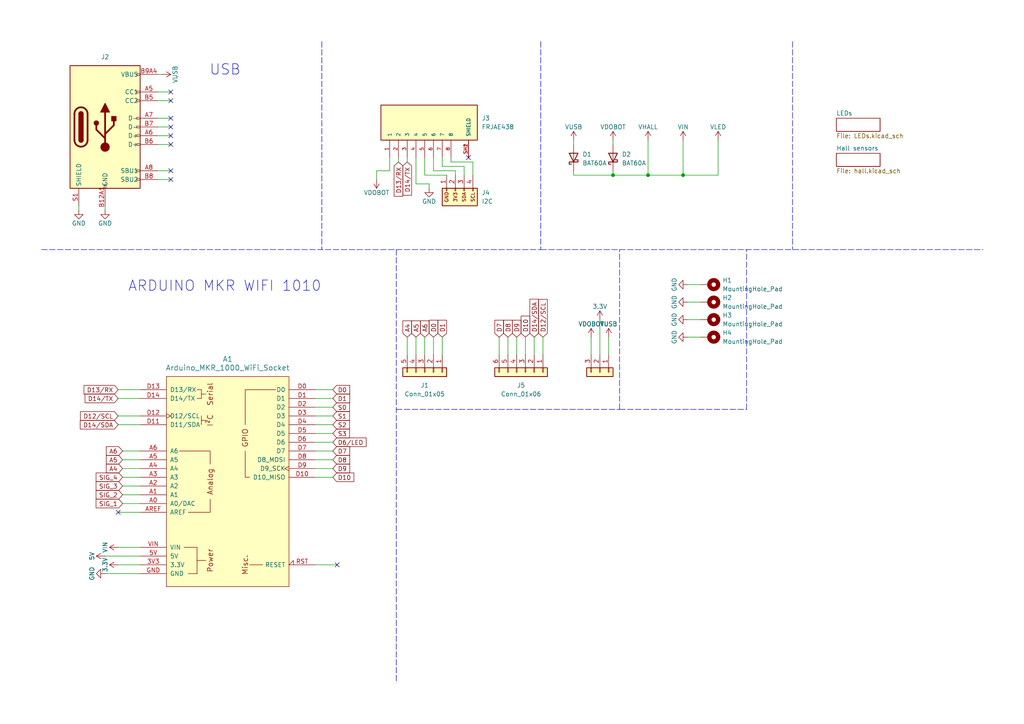
<source format=kicad_sch>
(kicad_sch (version 20250114) (generator "eeschema") (generator_version "9.0")
  (paper "A4")
  (lib_symbols
    (symbol "Diode:BAT60A" (pin_numbers (hide yes)) (pin_names (offset 1.016) (hide yes))
      (property "Reference" "D" (at 0 2.54 0))
      (property "Value" "BAT60A" (at 0 -2.54 0))
      (symbol "BAT60A_0_1"
        (polyline (pts (xy -1.905 0.635) (xy -1.905 1.27) (xy -1.27 1.27) (xy -1.27 -1.27) (xy -0.635 -1.27) (xy -0.635 -0.635)) (stroke (width 0.254)))
        (polyline (pts (xy 1.27 1.27) (xy 1.27 -1.27) (xy -1.27 0) (xy 1.27 1.27)) (stroke (width 0.254)))
        (polyline (pts (xy 1.27 0) (xy -1.27 0)))
      )
      (symbol "BAT60A_1_1"
        (pin passive line (at -3.81 0 0) (length 2.54) (name "K") (number "1"))
        (pin passive line (at 3.81 0 180) (length 2.54) (name "A") (number "2"))
      )
    )
    (symbol "FRJAE438:FRJAE438" (pin_names (offset 1.016))
      (property "Reference" "J" (at -5.08 15.24 0))
      (property "Value" "FRJAE438" (at -5.08 -17.78 0))
      (symbol "FRJAE438_0_0"
        (rectangle (start -5.08 -15.24) (end 5.08 12.7) (stroke (width 0.254)) (fill (type background)))
        (pin passive line (at -10.16 10.16 0) (length 5.08) (name "1") (number "1"))
        (pin passive line (at -10.16 7.62 0) (length 5.08) (name "2") (number "2"))
        (pin passive line (at -10.16 5.08 0) (length 5.08) (name "3") (number "3"))
        (pin passive line (at -10.16 2.54 0) (length 5.08) (name "4") (number "4"))
        (pin passive line (at -10.16 0 0) (length 5.08) (name "5") (number "5"))
        (pin passive line (at -10.16 -2.54 0) (length 5.08) (name "6") (number "6"))
        (pin passive line (at -10.16 -5.08 0) (length 5.08) (name "7") (number "7"))
        (pin passive line (at -10.16 -7.62 0) (length 5.08) (name "8") (number "8"))
        (pin passive line (at -10.16 -12.7 0) (length 5.08) (name "SHIELD") (number "SH1"))
        (pin passive line (at -10.16 -12.7 0) (length 5.08) (name "SHIELD") (number "SH2"))
      )
    )
    (symbol "Mechanical:MountingHole_Pad" (pin_numbers (hide yes)) (pin_names (offset 1.016) (hide yes)) (in_bom no)
      (property "Reference" "H" (at 0 6.35 0))
      (property "Value" "MountingHole_Pad" (at 0 4.445 0))
      (symbol "MountingHole_Pad_0_1"
        (circle (center 0 1.27) (radius 1.27) (stroke (width 1.27)))
      )
      (symbol "MountingHole_Pad_1_1"
        (pin input line (at 0 -2.54 90) (length 2.54) (name "1") (number "1"))
      )
    )
    (symbol "PCM_JLCPCB-Extended:Connector, USB-TYPE-C-16P"
      (property "Reference" "J" (at 2.54 2.54 0))
      (symbol "Connector, USB-TYPE-C-16P_0_0"
        (rectangle (start -0.254 -17.78) (end 0.254 -16.764))
        (rectangle (start 10.16 15.494) (end 9.144 14.986))
        (rectangle (start 10.16 10.414) (end 9.144 9.906))
        (rectangle (start 10.16 7.874) (end 9.144 7.366))
        (rectangle (start 10.16 2.794) (end 9.144 2.286))
        (rectangle (start 10.16 0.254) (end 9.144 -0.254))
        (rectangle (start 10.16 -2.286) (end 9.144 -2.794))
        (rectangle (start 10.16 -4.826) (end 9.144 -5.334))
        (rectangle (start 10.16 -12.446) (end 9.144 -12.954))
        (rectangle (start 10.16 -14.986) (end 9.144 -15.494))
      )
      (symbol "Connector, USB-TYPE-C-16P_0_1"
        (rectangle (start -10.16 17.78) (end 10.16 -17.78) (stroke (width 0.254)) (fill (type background)))
        (polyline (pts (xy -8.89 -3.81) (xy -8.89 3.81)) (stroke (width 0.508)))
        (rectangle (start -7.62 -3.81) (end -6.35 3.81) (stroke (width 0.254)) (fill (type outline)))
        (arc (start -7.62 3.81) (mid -6.985 4.4423) (end -6.35 3.81) (stroke (width 0.254)))
        (arc (start -7.62 3.81) (mid -6.985 4.4423) (end -6.35 3.81) (stroke (width 0.254)) (fill (type outline)))
        (arc (start -8.89 3.81) (mid -6.985 5.7067) (end -5.08 3.81) (stroke (width 0.508)))
        (arc (start -5.08 -3.81) (mid -6.985 -5.7067) (end -8.89 -3.81) (stroke (width 0.508)))
        (arc (start -6.35 -3.81) (mid -6.985 -4.4423) (end -7.62 -3.81) (stroke (width 0.254)))
        (arc (start -6.35 -3.81) (mid -6.985 -4.4423) (end -7.62 -3.81) (stroke (width 0.254)) (fill (type outline)))
        (polyline (pts (xy -5.08 3.81) (xy -5.08 -3.81)) (stroke (width 0.508)))
        (circle (center -2.54 1.143) (radius 0.635) (stroke (width 0.254)) (fill (type outline)))
        (polyline (pts (xy -1.27 4.318) (xy 0 6.858) (xy 1.27 4.318) (xy -1.27 4.318)) (stroke (width 0.254)) (fill (type outline)))
        (polyline (pts (xy 0 -2.032) (xy 2.54 0.508) (xy 2.54 1.778)) (stroke (width 0.508)))
        (polyline (pts (xy 0 -3.302) (xy -2.54 -0.762) (xy -2.54 0.508)) (stroke (width 0.508)))
        (polyline (pts (xy 0 -5.842) (xy 0 4.318)) (stroke (width 0.508)))
        (circle (center 0 -5.842) (radius 1.27) (fill (type outline)))
        (rectangle (start 1.905 1.778) (end 3.175 3.048) (stroke (width 0.254)) (fill (type outline)))
      )
      (symbol "Connector, USB-TYPE-C-16P_1_1"
        (pin passive line (at -7.62 -22.86 90) (length 5.08) (name "SHIELD") (number "S1"))
        (pin passive line (at 0 -22.86 90) (length 5.08) (hide yes) (name "GND") (number "A12B1"))
        (pin passive line (at 0 -22.86 90) (length 5.08) (name "GND") (number "B12A1"))
        (pin passive line (at 15.24 15.24 180) (length 5.08) (hide yes) (name "VBUS") (number "A9B4"))
        (pin passive line (at 15.24 15.24 180) (length 5.08) (name "VBUS") (number "B9A4"))
        (pin bidirectional line (at 15.24 10.16 180) (length 5.08) (name "CC1") (number "A5"))
        (pin bidirectional line (at 15.24 7.62 180) (length 5.08) (name "CC2") (number "B5"))
        (pin bidirectional line (at 15.24 2.54 180) (length 5.08) (name "D-") (number "A7"))
        (pin bidirectional line (at 15.24 0 180) (length 5.08) (name "D-") (number "B7"))
        (pin bidirectional line (at 15.24 -2.54 180) (length 5.08) (name "D+") (number "A6"))
        (pin bidirectional line (at 15.24 -5.08 180) (length 5.08) (name "D+") (number "B6"))
        (pin bidirectional line (at 15.24 -12.7 180) (length 5.08) (name "SBU1") (number "A8"))
        (pin bidirectional line (at 15.24 -15.24 180) (length 5.08) (name "SBU2") (number "B8"))
      )
    )
    (symbol "PCM_arduino-library:Arduino_MKR_1000_WiFi_Socket" (pin_names (offset 1.016))
      (property "Reference" "A" (at 0 36.83 0))
      (property "Value" "Arduino_MKR_1000_WiFi_Socket" (at 0 33.02 0))
      (symbol "Arduino_MKR_1000_WiFi_Socket_0_0"
        (rectangle (start -17.78 30.48) (end 17.78 -30.48) (fill (type background)))
        (rectangle (start -12.7 -19.05) (end -8.89 -19.05))
        (rectangle (start -11.43 -26.67) (end -8.89 -26.67))
        (polyline (pts (xy -8.89 26.67) (xy -7.62 26.67) (xy -7.62 24.13) (xy -8.89 24.13)))
        (polyline (pts (xy -8.89 -19.05) (xy -8.89 -26.67)))
        (rectangle (start -8.89 -22.86) (end -6.35 -22.86))
        (polyline (pts (xy -7.62 25.4) (xy -6.35 25.4)))
        (polyline (pts (xy -5.08 5.08) (xy -5.08 8.89) (xy -13.97 8.89)))
        (polyline (pts (xy -5.08 -5.08) (xy -5.08 -8.89) (xy -11.43 -8.89)))
        (polyline (pts (xy 5.08 16.51) (xy 5.08 26.67) (xy 13.97 26.67)))
        (polyline (pts (xy 5.08 8.89) (xy 5.08 1.27) (xy 6.35 1.27)))
        (rectangle (start 6.35 -24.13) (end 10.16 -24.13))
        (text "Serial" (at -5.08 25.4 900) (effects (font (size 1.524 1.524))))
        (text "I²C" (at -5.08 17.78 900) (effects (font (size 1.524 1.524))))
        (text "Analog" (at -5.08 0 900) (effects (font (size 1.524 1.524))))
        (text "Power" (at -5.08 -22.86 900) (effects (font (size 1.524 1.524))))
        (text "Misc." (at 5.08 -24.13 900) (effects (font (size 1.524 1.524))))
      )
      (symbol "Arduino_MKR_1000_WiFi_Socket_0_1"
        (polyline (pts (xy -7.62 17.78) (xy -6.35 17.78)))
        (polyline (pts (xy -7.62 16.51) (xy -7.62 19.05)))
      )
      (symbol "Arduino_MKR_1000_WiFi_Socket_1_0"
        (text "GPIO" (at 5.08 12.7 900) (effects (font (size 1.524 1.524))))
      )
      (symbol "Arduino_MKR_1000_WiFi_Socket_1_1"
        (pin bidirectional line (at -25.4 26.67 0) (length 7.62) (name "D13/RX") (number "D13"))
        (pin bidirectional line (at -25.4 24.13 0) (length 7.62) (name "D14/TX") (number "D14"))
        (pin bidirectional clock (at -25.4 19.05 0) (length 7.62) (name "D12/SCL") (number "D12"))
        (pin bidirectional line (at -25.4 16.51 0) (length 7.62) (name "D11/SDA") (number "D11"))
        (pin bidirectional line (at -25.4 8.89 0) (length 7.62) (name "A6") (number "A6"))
        (pin bidirectional line (at -25.4 6.35 0) (length 7.62) (name "A5") (number "A5"))
        (pin bidirectional line (at -25.4 3.81 0) (length 7.62) (name "A4") (number "A4"))
        (pin bidirectional line (at -25.4 1.27 0) (length 7.62) (name "A3") (number "A3"))
        (pin bidirectional line (at -25.4 -1.27 0) (length 7.62) (name "A2") (number "A2"))
        (pin bidirectional line (at -25.4 -3.81 0) (length 7.62) (name "A1") (number "A1"))
        (pin bidirectional line (at -25.4 -6.35 0) (length 7.62) (name "A0/DAC") (number "A0"))
        (pin input line (at -25.4 -8.89 0) (length 7.62) (name "AREF") (number "AREF"))
        (pin power_in line (at -25.4 -19.05 0) (length 7.62) (name "VIN") (number "VIN"))
        (pin power_in line (at -25.4 -21.59 0) (length 7.62) (name "5V") (number "5V"))
        (pin power_out line (at -25.4 -24.13 0) (length 7.62) (name "3.3V") (number "3V3"))
        (pin power_in line (at -25.4 -26.67 0) (length 7.62) (name "GND") (number "GND"))
        (pin bidirectional line (at 25.4 26.67 180) (length 7.62) (name "D0") (number "D0"))
        (pin bidirectional line (at 25.4 24.13 180) (length 7.62) (name "D1") (number "D1"))
        (pin bidirectional line (at 25.4 21.59 180) (length 7.62) (name "D2") (number "D2"))
        (pin bidirectional line (at 25.4 19.05 180) (length 7.62) (name "D3") (number "D3"))
        (pin bidirectional line (at 25.4 16.51 180) (length 7.62) (name "D4") (number "D4"))
        (pin bidirectional line (at 25.4 13.97 180) (length 7.62) (name "D5") (number "D5"))
        (pin bidirectional line (at 25.4 11.43 180) (length 7.62) (name "D6") (number "D6"))
        (pin bidirectional line (at 25.4 8.89 180) (length 7.62) (name "D7") (number "D7"))
        (pin bidirectional line (at 25.4 6.35 180) (length 7.62) (name "D8_MOSI") (number "D8"))
        (pin bidirectional clock (at 25.4 3.81 180) (length 7.62) (name "D9_SCK") (number "D9"))
        (pin bidirectional line (at 25.4 1.27 180) (length 7.62) (name "D10_MISO") (number "D10"))
        (pin open_collector input_low (at 25.4 -24.13 180) (length 7.62) (name "RESET") (number "RST"))
      )
    )
    (symbol "SparkFun-Connector:Conn_01x03" (pin_names (offset 1.016) (hide yes))
      (symbol "Conn_01x03_1_1"
        (rectangle (start -1.27 3.81) (end 1.27 -3.81) (stroke (width 0.254)) (fill (type background)))
        (rectangle (start -1.27 2.667) (end 0 2.413) (stroke (width 0.1524)))
        (rectangle (start -1.27 0.127) (end 0 -0.127) (stroke (width 0.1524)))
        (rectangle (start -1.27 -2.413) (end 0 -2.667) (stroke (width 0.1524)))
        (pin passive line (at -5.08 2.54 0) (length 3.81) (name "Pin_1") (number "1"))
        (pin passive line (at -5.08 0 0) (length 3.81) (name "Pin_2") (number "2"))
        (pin passive line (at -5.08 -2.54 0) (length 3.81) (name "Pin_3") (number "3"))
      )
    )
    (symbol "SparkFun-Connector:Conn_01x05" (pin_names (offset 1.016) (hide yes))
      (property "Reference" "J" (at 0 7.62 0))
      (property "Value" "Conn_01x05" (at 0 -7.62 0))
      (symbol "Conn_01x05_1_1"
        (rectangle (start -1.27 6.35) (end 1.27 -6.35) (stroke (width 0.254)) (fill (type background)))
        (rectangle (start -1.27 5.207) (end 0 4.953) (stroke (width 0.1524)))
        (rectangle (start -1.27 2.667) (end 0 2.413) (stroke (width 0.1524)))
        (rectangle (start -1.27 0.127) (end 0 -0.127) (stroke (width 0.1524)))
        (rectangle (start -1.27 -2.413) (end 0 -2.667) (stroke (width 0.1524)))
        (rectangle (start -1.27 -4.953) (end 0 -5.207) (stroke (width 0.1524)))
        (pin passive line (at -5.08 5.08 0) (length 3.81) (name "Pin_1") (number "1"))
        (pin passive line (at -5.08 2.54 0) (length 3.81) (name "Pin_2") (number "2"))
        (pin passive line (at -5.08 0 0) (length 3.81) (name "Pin_3") (number "3"))
        (pin passive line (at -5.08 -2.54 0) (length 3.81) (name "Pin_4") (number "4"))
        (pin passive line (at -5.08 -5.08 0) (length 3.81) (name "Pin_5") (number "5"))
      )
    )
    (symbol "SparkFun-Connector:Conn_01x06" (pin_names (offset 1.016) (hide yes))
      (property "Reference" "J" (at 0 7.62 0))
      (property "Value" "Conn_01x06" (at 0 -10.16 0))
      (symbol "Conn_01x06_1_1"
        (rectangle (start -1.27 6.35) (end 1.27 -8.89) (stroke (width 0.254)) (fill (type background)))
        (rectangle (start -1.27 5.207) (end 0 4.953) (stroke (width 0.1524)))
        (rectangle (start -1.27 2.667) (end 0 2.413) (stroke (width 0.1524)))
        (rectangle (start -1.27 0.127) (end 0 -0.127) (stroke (width 0.1524)))
        (rectangle (start -1.27 -2.413) (end 0 -2.667) (stroke (width 0.1524)))
        (rectangle (start -1.27 -4.953) (end 0 -5.207) (stroke (width 0.1524)))
        (rectangle (start -1.27 -7.493) (end 0 -7.747) (stroke (width 0.1524)))
        (pin passive line (at -5.08 5.08 0) (length 3.81) (name "Pin_1") (number "1"))
        (pin passive line (at -5.08 2.54 0) (length 3.81) (name "Pin_2") (number "2"))
        (pin passive line (at -5.08 0 0) (length 3.81) (name "Pin_3") (number "3"))
        (pin passive line (at -5.08 -2.54 0) (length 3.81) (name "Pin_4") (number "4"))
        (pin passive line (at -5.08 -5.08 0) (length 3.81) (name "Pin_5") (number "5"))
        (pin passive line (at -5.08 -7.62 0) (length 3.81) (name "Pin_6") (number "6"))
      )
    )
    (symbol "SparkFun-Connector:I2C_01x04" (pin_names (offset 1.016) (hide yes))
      (property "Reference" "J" (at 0 5.08 0))
      (property "Value" "I2C" (at 0 -7.62 0))
      (symbol "I2C_01x04_1_1"
        (rectangle (start -1.27 3.81) (end 3.81 -6.35) (stroke (width 0.254)) (fill (type background)))
        (rectangle (start -1.27 2.667) (end -0.508 2.413) (stroke (width 0.1524)))
        (rectangle (start -1.27 0.127) (end -0.508 -0.127) (stroke (width 0.1524)))
        (rectangle (start -1.27 -2.413) (end -0.508 -2.667) (stroke (width 0.1524)))
        (rectangle (start -1.27 -4.953) (end -0.508 -5.207) (stroke (width 0.1524)))
        (text "SCL" (at 1.27 2.54 0) (effects (font (size 1 1))))
        (text "SDA" (at 1.27 0 0) (effects (font (size 1 1))))
        (text "3V3" (at 1.27 -2.54 0) (effects (font (size 1 1))))
        (text "GND" (at 1.27 -5.08 0) (effects (font (size 1 1))))
        (pin passive line (at -5.08 2.54 0) (length 3.81) (name "Pin_4") (number "4"))
        (pin passive line (at -5.08 0 0) (length 3.81) (name "Pin_3") (number "3"))
        (pin passive line (at -5.08 -2.54 0) (length 3.81) (name "Pin_2") (number "2"))
        (pin passive line (at -5.08 -5.08 0) (length 3.81) (name "Pin_1") (number "1"))
      )
    )
    (symbol "SparkFun-PowerSymbol:3.3V" (power) (pin_names (offset 0))
      (property "Value" "3.3V" (at 0 3.81 0))
      (symbol "3.3V_0_1"
        (polyline (pts (xy -0.762 1.27) (xy 0 2.54)))
        (polyline (pts (xy 0 2.54) (xy 0.762 1.27)))
        (polyline (pts (xy 0 0) (xy 0 2.54)))
      )
      (symbol "3.3V_1_1"
        (pin power_in line (at 0 0 90) (length 0) (hide yes) (name "3.3V") (number "1"))
      )
    )
    (symbol "SparkFun-PowerSymbol:GND" (power) (pin_names (offset 0))
      (property "Value" "GND" (at 0 -3.81 0))
      (symbol "GND_0_1"
        (polyline (pts (xy 0 0) (xy 0 -1.27) (xy 1.27 -1.27) (xy 0 -2.54) (xy -1.27 -1.27) (xy 0 -1.27)))
      )
      (symbol "GND_1_1"
        (pin power_in line (at 0 0 270) (length 0) (hide yes) (name "GND") (number "1"))
      )
    )
    (symbol "SparkFun-PowerSymbol:VBATT" (power) (pin_names (offset 0))
      (property "Value" "VBATT" (at 0 3.81 0))
      (symbol "VBATT_0_1"
        (polyline (pts (xy -0.762 1.27) (xy 0 2.54)))
        (polyline (pts (xy 0 2.54) (xy 0.762 1.27)))
        (polyline (pts (xy 0 0) (xy 0 2.54)))
      )
      (symbol "VBATT_1_1"
        (pin power_in line (at 0 0 90) (length 0) (hide yes) (name "VBATT") (number "1"))
      )
    )
    (symbol "SparkFun-PowerSymbol:VIN" (power) (pin_names (offset 0))
      (property "Value" "VIN" (at 0 3.81 0))
      (symbol "VIN_0_1"
        (polyline (pts (xy -0.762 1.27) (xy 0 2.54)))
        (polyline (pts (xy 0 2.54) (xy 0.762 1.27)))
        (polyline (pts (xy 0 0) (xy 0 2.54)))
      )
      (symbol "VIN_1_1"
        (pin power_in line (at 0 0 90) (length 0) (hide yes) (name "VIN") (number "1"))
      )
    )
    (symbol "SparkFun-PowerSymbol:VUSB" (power) (pin_names (offset 0))
      (property "Value" "VUSB" (at 0 3.81 0))
      (symbol "VUSB_0_1"
        (polyline (pts (xy -0.762 1.27) (xy 0 2.54)))
        (polyline (pts (xy 0 2.54) (xy 0.762 1.27)))
        (polyline (pts (xy 0 0) (xy 0 2.54)))
      )
      (symbol "VUSB_1_1"
        (pin power_in line (at 0 0 90) (length 0) (hide yes) (name "VUSB") (number "1"))
      )
    )
  )
  (text "USB" (at 60.706 22.098 0) (effects (font (size 3 3)) (justify left bottom)))
  (text "ARDUINO MKR WIFI 1010\n" (at 37.084 84.836 0) (effects (font (size 3 3)) (justify left bottom)))
  (junction (at 177.8 50.8))
  (junction (at 187.96 50.8))
  (junction (at 198.12 50.8))
  (no_connect (at 49.53 41.91))
  (no_connect (at 135.89 45.72))
  (no_connect (at 49.53 49.53))
  (no_connect (at 49.53 39.37))
  (no_connect (at 49.53 26.67))
  (no_connect (at 34.29 148.59))
  (no_connect (at 49.53 29.21))
  (no_connect (at 97.79 163.83))
  (no_connect (at 49.53 34.29))
  (no_connect (at 49.53 52.07))
  (no_connect (at 49.53 36.83))
  (wire (pts (xy 30.48 161.29) (xy 40.64 161.29)))
  (wire (pts (xy 30.48 166.37) (xy 40.64 166.37)))
  (wire (pts (xy 176.53 102.87) (xy 176.53 97.79)))
  (wire (pts (xy 157.48 102.87) (xy 157.48 97.79)))
  (polyline (pts (xy 114.935 118.745) (xy 179.705 118.745)) (stroke (width 0) (type dash)))
  (wire (pts (xy 45.72 21.59) (xy 46.99 21.59)))
  (wire (pts (xy 120.65 45.72) (xy 120.65 53.34)))
  (wire (pts (xy 123.19 97.79) (xy 123.19 102.87)))
  (wire (pts (xy 91.44 128.27) (xy 96.52 128.27)))
  (wire (pts (xy 187.96 40.64) (xy 187.96 50.8)))
  (wire (pts (xy 147.32 102.87) (xy 147.32 97.79)))
  (wire (pts (xy 123.19 50.8) (xy 129.54 50.8)))
  (wire (pts (xy 199.39 82.55) (xy 203.2 82.55)))
  (wire (pts (xy 34.29 163.83) (xy 40.64 163.83)))
  (wire (pts (xy 97.79 163.83) (xy 91.44 163.83)))
  (polyline (pts (xy 179.705 118.745) (xy 179.705 72.39)) (stroke (width 0) (type dash)))
  (wire (pts (xy 199.39 92.71) (xy 203.2 92.71)))
  (wire (pts (xy 96.52 123.19) (xy 91.44 123.19)))
  (wire (pts (xy 177.8 50.8) (xy 187.96 50.8)))
  (wire (pts (xy 34.29 115.57) (xy 40.64 115.57)))
  (polyline (pts (xy 229.87 12.065) (xy 229.87 72.39)) (stroke (width 0) (type dash)))
  (wire (pts (xy 134.62 48.26) (xy 134.62 50.8)))
  (wire (pts (xy 35.56 138.43) (xy 40.64 138.43)))
  (wire (pts (xy 199.39 97.79) (xy 203.2 97.79)))
  (wire (pts (xy 113.03 49.53) (xy 113.03 45.72)))
  (wire (pts (xy 34.29 158.75) (xy 40.64 158.75)))
  (wire (pts (xy 118.11 97.79) (xy 118.11 102.87)))
  (wire (pts (xy 187.96 50.8) (xy 198.12 50.8)))
  (polyline (pts (xy 114.935 72.39) (xy 114.935 198.12)) (stroke (width 0) (type dash)))
  (wire (pts (xy 35.56 135.89) (xy 40.64 135.89)))
  (wire (pts (xy 45.72 34.29) (xy 49.53 34.29)))
  (wire (pts (xy 34.29 123.19) (xy 40.64 123.19)))
  (wire (pts (xy 35.56 146.05) (xy 40.64 146.05)))
  (polyline (pts (xy 156.845 12.065) (xy 156.845 72.39)) (stroke (width 0) (type dash)))
  (wire (pts (xy 91.44 135.89) (xy 96.52 135.89)))
  (wire (pts (xy 154.94 102.87) (xy 154.94 97.79)))
  (wire (pts (xy 177.8 49.53) (xy 177.8 50.8)))
  (wire (pts (xy 152.4 102.87) (xy 152.4 97.79)))
  (wire (pts (xy 137.16 46.99) (xy 137.16 50.8)))
  (polyline (pts (xy 179.705 118.745) (xy 216.535 118.745)) (stroke (width 0) (type dash)))
  (wire (pts (xy 96.52 118.11) (xy 91.44 118.11)))
  (wire (pts (xy 120.65 97.79) (xy 120.65 102.87)))
  (wire (pts (xy 166.37 50.8) (xy 177.8 50.8)))
  (wire (pts (xy 123.19 45.72) (xy 123.19 50.8)))
  (wire (pts (xy 128.27 102.87) (xy 128.27 97.79)))
  (wire (pts (xy 109.22 49.53) (xy 113.03 49.53)))
  (wire (pts (xy 115.57 45.72) (xy 115.57 46.99)))
  (wire (pts (xy 45.72 29.21) (xy 49.53 29.21)))
  (wire (pts (xy 128.27 48.26) (xy 134.62 48.26)))
  (wire (pts (xy 91.44 133.35) (xy 96.52 133.35)))
  (wire (pts (xy 198.12 50.8) (xy 208.28 50.8)))
  (wire (pts (xy 45.72 49.53) (xy 49.53 49.53)))
  (wire (pts (xy 45.72 52.07) (xy 49.53 52.07)))
  (wire (pts (xy 173.99 92.71) (xy 173.99 102.87)))
  (wire (pts (xy 91.44 115.57) (xy 96.52 115.57)))
  (wire (pts (xy 96.52 120.65) (xy 91.44 120.65)))
  (polyline (pts (xy 93.345 12.065) (xy 93.345 72.39)) (stroke (width 0) (type dash)))
  (wire (pts (xy 125.73 49.53) (xy 132.08 49.53)))
  (wire (pts (xy 35.56 130.81) (xy 40.64 130.81)))
  (wire (pts (xy 34.29 120.65) (xy 40.64 120.65)))
  (wire (pts (xy 149.86 102.87) (xy 149.86 97.79)))
  (wire (pts (xy 120.65 53.34) (xy 124.46 53.34)))
  (wire (pts (xy 35.56 133.35) (xy 40.64 133.35)))
  (wire (pts (xy 198.12 40.64) (xy 198.12 50.8)))
  (wire (pts (xy 124.46 53.34) (xy 124.46 54.61)))
  (wire (pts (xy 166.37 49.53) (xy 166.37 50.8)))
  (wire (pts (xy 109.22 49.53) (xy 109.22 52.07)))
  (wire (pts (xy 199.39 87.63) (xy 203.2 87.63)))
  (wire (pts (xy 130.81 46.99) (xy 137.16 46.99)))
  (wire (pts (xy 22.86 59.69) (xy 22.86 60.96)))
  (wire (pts (xy 166.37 40.64) (xy 166.37 41.91)))
  (wire (pts (xy 34.29 148.59) (xy 40.64 148.59)))
  (wire (pts (xy 45.72 26.67) (xy 49.53 26.67)))
  (wire (pts (xy 30.48 59.69) (xy 30.48 60.96)))
  (wire (pts (xy 35.56 140.97) (xy 40.64 140.97)))
  (wire (pts (xy 91.44 130.81) (xy 96.52 130.81)))
  (wire (pts (xy 118.11 45.72) (xy 118.11 46.99)))
  (wire (pts (xy 96.52 125.73) (xy 91.44 125.73)))
  (wire (pts (xy 125.73 45.72) (xy 125.73 49.53)))
  (wire (pts (xy 130.81 45.72) (xy 130.81 46.99)))
  (wire (pts (xy 125.73 102.87) (xy 125.73 97.79)))
  (wire (pts (xy 144.78 102.87) (xy 144.78 97.79)))
  (polyline (pts (xy 12.065 72.39) (xy 156.845 72.39)) (stroke (width 0) (type dash)))
  (wire (pts (xy 34.29 113.03) (xy 40.64 113.03)))
  (wire (pts (xy 91.44 113.03) (xy 96.52 113.03)))
  (wire (pts (xy 132.08 49.53) (xy 132.08 50.8)))
  (wire (pts (xy 171.45 102.87) (xy 171.45 97.79)))
  (wire (pts (xy 35.56 143.51) (xy 40.64 143.51)))
  (wire (pts (xy 208.28 40.64) (xy 208.28 50.8)))
  (wire (pts (xy 177.8 41.91) (xy 177.8 40.64)))
  (wire (pts (xy 91.44 138.43) (xy 96.52 138.43)))
  (wire (pts (xy 45.72 36.83) (xy 49.53 36.83)))
  (wire (pts (xy 45.72 39.37) (xy 49.53 39.37)))
  (wire (pts (xy 45.72 41.91) (xy 49.53 41.91)))
  (polyline (pts (xy 156.845 72.39) (xy 285.115 72.39)) (stroke (width 0) (type dash)))
  (polyline (pts (xy 216.535 118.745) (xy 216.535 72.39)) (stroke (width 0) (type dash)))
  (wire (pts (xy 128.27 45.72) (xy 128.27 48.26)))
  (global_label "D9" (shape input) (at 96.52 135.89 0) (property "Intersheetrefs" "${INTERSHEET_REFS}" (effects (hide yes))))
  (global_label "D12{slash}SCL" (shape input) (at 157.48 97.79 90) (property "Intersheetrefs" "${INTERSHEET_REFS}" (effects (hide yes))))
  (global_label "D13{slash}RX" (shape input) (at 115.57 46.99 270) (property "Intersheetrefs" "${INTERSHEET_REFS}" (effects (hide yes))))
  (global_label "SIG_3" (shape input) (at 35.56 140.97 180) (property "Intersheetrefs" "${INTERSHEET_REFS}" (effects (hide yes))))
  (global_label "D0" (shape input) (at 125.73 97.79 90) (property "Intersheetrefs" "${INTERSHEET_REFS}" (effects (hide yes))))
  (global_label "D1" (shape input) (at 96.52 115.57 0) (property "Intersheetrefs" "${INTERSHEET_REFS}" (effects (hide yes))))
  (global_label "D14{slash}TX" (shape input) (at 118.11 46.99 270) (property "Intersheetrefs" "${INTERSHEET_REFS}" (effects (hide yes))))
  (global_label "SIG_2" (shape input) (at 35.56 143.51 180) (property "Intersheetrefs" "${INTERSHEET_REFS}" (effects (hide yes))))
  (global_label "D14{slash}SDA" (shape input) (at 154.94 97.79 90) (property "Intersheetrefs" "${INTERSHEET_REFS}" (effects (hide yes))))
  (global_label "D0" (shape input) (at 96.52 113.03 0) (property "Intersheetrefs" "${INTERSHEET_REFS}" (effects (hide yes))))
  (global_label "D6{slash}LED" (shape input) (at 96.52 128.27 0) (property "Intersheetrefs" "${INTERSHEET_REFS}" (effects (hide yes))))
  (global_label "A5" (shape input) (at 120.65 97.79 90) (property "Intersheetrefs" "${INTERSHEET_REFS}" (effects (hide yes))))
  (global_label "A6" (shape input) (at 123.19 97.79 90) (property "Intersheetrefs" "${INTERSHEET_REFS}" (effects (hide yes))))
  (global_label "D12{slash}SCL" (shape input) (at 34.29 120.65 180) (property "Intersheetrefs" "${INTERSHEET_REFS}" (effects (hide yes))))
  (global_label "D1" (shape input) (at 128.27 97.79 90) (property "Intersheetrefs" "${INTERSHEET_REFS}" (effects (hide yes))))
  (global_label "D7" (shape input) (at 96.52 130.81 0) (property "Intersheetrefs" "${INTERSHEET_REFS}" (effects (hide yes))))
  (global_label "A4" (shape input) (at 118.11 97.79 90) (property "Intersheetrefs" "${INTERSHEET_REFS}" (effects (hide yes))))
  (global_label "S0" (shape input) (at 96.52 118.11 0) (property "Intersheetrefs" "${INTERSHEET_REFS}" (effects (hide yes))))
  (global_label "A6" (shape input) (at 35.56 130.81 180) (property "Intersheetrefs" "${INTERSHEET_REFS}" (effects (hide yes))))
  (global_label "A5" (shape input) (at 35.56 133.35 180) (property "Intersheetrefs" "${INTERSHEET_REFS}" (effects (hide yes))))
  (global_label "S3" (shape input) (at 96.52 125.73 0) (property "Intersheetrefs" "${INTERSHEET_REFS}" (effects (hide yes))))
  (global_label "D14{slash}TX" (shape input) (at 34.29 115.57 180) (property "Intersheetrefs" "${INTERSHEET_REFS}" (effects (hide yes))))
  (global_label "D10" (shape input) (at 96.52 138.43 0) (property "Intersheetrefs" "${INTERSHEET_REFS}" (effects (hide yes))))
  (global_label "D10" (shape input) (at 152.4 97.79 90) (property "Intersheetrefs" "${INTERSHEET_REFS}" (effects (hide yes))))
  (global_label "D14{slash}SDA" (shape input) (at 34.29 123.19 180) (property "Intersheetrefs" "${INTERSHEET_REFS}" (effects (hide yes))))
  (global_label "A4" (shape input) (at 35.56 135.89 180) (property "Intersheetrefs" "${INTERSHEET_REFS}" (effects (hide yes))))
  (global_label "SIG_4" (shape input) (at 35.56 138.43 180) (property "Intersheetrefs" "${INTERSHEET_REFS}" (effects (hide yes))))
  (global_label "D13{slash}RX" (shape input) (at 34.29 113.03 180) (property "Intersheetrefs" "${INTERSHEET_REFS}" (effects (hide yes))))
  (global_label "D8" (shape input) (at 96.52 133.35 0) (property "Intersheetrefs" "${INTERSHEET_REFS}" (effects (hide yes))))
  (global_label "D7" (shape input) (at 144.78 97.79 90) (property "Intersheetrefs" "${INTERSHEET_REFS}" (effects (hide yes))))
  (global_label "D9" (shape input) (at 149.86 97.79 90) (property "Intersheetrefs" "${INTERSHEET_REFS}" (effects (hide yes))))
  (global_label "S1" (shape input) (at 96.52 120.65 0) (property "Intersheetrefs" "${INTERSHEET_REFS}" (effects (hide yes))))
  (global_label "SIG_1" (shape input) (at 35.56 146.05 180) (property "Intersheetrefs" "${INTERSHEET_REFS}" (effects (hide yes))))
  (global_label "D8" (shape input) (at 147.32 97.79 90) (property "Intersheetrefs" "${INTERSHEET_REFS}" (effects (hide yes))))
  (global_label "S2" (shape input) (at 96.52 123.19 0) (property "Intersheetrefs" "${INTERSHEET_REFS}" (effects (hide yes))))
  (symbol (lib_id "SparkFun-PowerSymbol:GND") (at 199.39 92.71 270) (unit 1)
    (property "Reference" "#PWR0564" (effects (hide yes)))
    (property "Value" "GND" (at 195.58 92.71 0))
    (property "Description" "Power symbol creates a global label with name \"GND\" , ground" (effects (hide yes)))
  )
  (symbol (lib_id "SparkFun-PowerSymbol:GND") (at 30.48 60.96 0) (unit 1)
    (property "Reference" "#PWR09" (effects (hide yes)))
    (property "Value" "GND" (at 30.48 64.77 0))
    (property "Description" "Power symbol creates a global label with name \"GND\" , ground" (effects (hide yes)))
  )
  (symbol (lib_id "Mechanical:MountingHole_Pad") (at 205.74 82.55 270) (unit 1) (in_bom no)
    (property "Reference" "H1" (at 209.55 81.2799 90) (effects (justify left)))
    (property "Value" "MountingHole_Pad" (at 209.55 83.8199 90) (effects (justify left)))
    (property "Footprint" "MountingHole:MountingHole_3.2mm_M3_DIN965_Pad_TopBottom" (effects (hide yes)))
    (property "Description" "Mounting Hole with connection" (effects (hide yes)))
  )
  (symbol (lib_id "Mechanical:MountingHole_Pad") (at 205.74 97.79 270) (unit 1) (in_bom no)
    (property "Reference" "H4" (at 209.55 96.5199 90) (effects (justify left)))
    (property "Value" "MountingHole_Pad" (at 209.55 99.0599 90) (effects (justify left)))
    (property "Footprint" "MountingHole:MountingHole_3.2mm_M3_DIN965_Pad_TopBottom" (effects (hide yes)))
    (property "Description" "Mounting Hole with connection" (effects (hide yes)))
  )
  (symbol (lib_id "SparkFun-PowerSymbol:GND") (at 199.39 97.79 270) (unit 1)
    (property "Reference" "#PWR0565" (effects (hide yes)))
    (property "Value" "GND" (at 195.58 97.79 0))
    (property "Description" "Power symbol creates a global label with name \"GND\" , ground" (effects (hide yes)))
  )
  (symbol (lib_id "SparkFun-PowerSymbol:GND") (at 22.86 60.96 0) (unit 1)
    (property "Reference" "#PWR08" (effects (hide yes)))
    (property "Value" "GND" (at 22.86 64.77 0))
    (property "Description" "Power symbol creates a global label with name \"GND\" , ground" (effects (hide yes)))
  )
  (symbol (lib_id "SparkFun-PowerSymbol:3.3V") (at 30.48 161.29 90) (unit 1)
    (property "Reference" "#PWR01" (effects (hide yes)))
    (property "Value" "5V" (at 26.67 161.29 0))
    (property "Description" "Power symbol creates a global label with name \"3.3V\"" (effects (hide yes)))
  )
  (symbol (lib_id "SparkFun-PowerSymbol:3.3V") (at 173.99 92.71 0) (unit 1)
    (property "Reference" "#PWR06" (effects (hide yes)))
    (property "Value" "3.3V" (at 173.99 88.9 0))
    (property "Description" "Power symbol creates a global label with name \"3.3V\"" (effects (hide yes)))
  )
  (symbol (lib_id "SparkFun-Connector:Conn_01x06") (at 152.4 107.95 270) (unit 1)
    (property "Reference" "J5" (at 151.13 111.76 90))
    (property "Value" "Conn_01x06" (at 151.13 114.3 90))
    (property "Footprint" "SparkFun-Connector:1x06" (effects (hide yes)))
    (property "Description" "Basic 0.1\" PTH" (effects (hide yes)))
  )
  (symbol (lib_id "SparkFun-PowerSymbol:GND") (at 199.39 82.55 270) (unit 1)
    (property "Reference" "#PWR0556" (effects (hide yes)))
    (property "Value" "GND" (at 195.58 82.55 0))
    (property "Description" "Power symbol creates a global label with name \"GND\" , ground" (effects (hide yes)))
  )
  (symbol (lib_id "Mechanical:MountingHole_Pad") (at 205.74 92.71 270) (unit 1) (in_bom no)
    (property "Reference" "H3" (at 209.55 91.4399 90) (effects (justify left)))
    (property "Value" "MountingHole_Pad" (at 209.55 93.9799 90) (effects (justify left)))
    (property "Footprint" "MountingHole:MountingHole_3.2mm_M3_DIN965_Pad_TopBottom" (effects (hide yes)))
    (property "Description" "Mounting Hole with connection" (effects (hide yes)))
  )
  (symbol (lib_id "Diode:BAT60A") (at 177.8 45.72 90) (unit 1)
    (property "Reference" "D2" (at 180.34 44.7674 90) (effects (justify right)))
    (property "Value" "BAT60A" (at 180.34 47.3074 90) (effects (justify right)))
    (property "Footprint" "Diode_SMD:D_SOD-323" (effects (hide yes)))
    (property "Datasheet" "https://www.infineon.com/dgdl/Infineon-BAT60ASERIES-DS-v01_01-en.pdf?fileId=db3a304313d846880113def70c9304a9" (effects (hide yes)))
    (property "Description" "10V 3A High Current Recitifier Schottky Diode, SOD-323" (effects (hide yes)))
  )
  (symbol (lib_id "SparkFun-PowerSymbol:VIN") (at 198.12 40.64 0) (unit 1)
    (property "Reference" "#PWR016" (effects (hide yes)))
    (property "Value" "VIN" (at 198.12 36.83 0))
    (property "Description" "Power symbol creates a global label with name \"VIN\"" (effects (hide yes)))
  )
  (symbol (lib_id "Diode:BAT60A") (at 166.37 45.72 90) (unit 1)
    (property "Reference" "D1" (at 168.91 44.7674 90) (effects (justify right)))
    (property "Value" "BAT60A" (at 168.91 47.3074 90) (effects (justify right)))
    (property "Footprint" "Diode_SMD:D_SOD-323" (effects (hide yes)))
    (property "Datasheet" "https://www.infineon.com/dgdl/Infineon-BAT60ASERIES-DS-v01_01-en.pdf?fileId=db3a304313d846880113def70c9304a9" (effects (hide yes)))
    (property "Description" "10V 3A High Current Recitifier Schottky Diode, SOD-323" (effects (hide yes)))
  )
  (symbol (lib_id "SparkFun-PowerSymbol:VUSB") (at 166.37 40.64 0) (unit 1)
    (property "Reference" "#PWR013" (effects (hide yes)))
    (property "Value" "VUSB" (at 166.37 36.83 0))
    (property "Description" "Power symbol creates a global label with name \"VUSB\"" (effects (hide yes)))
  )
  (symbol (lib_id "PCM_arduino-library:Arduino_MKR_1000_WiFi_Socket") (at 66.04 139.7 0) (unit 1)
    (property "Reference" "A1" (at 66.04 104.14 0) (effects (font (size 1.524 1.524))))
    (property "Value" "Arduino_MKR_1000_WiFi_Socket" (at 66.04 106.68 0) (effects (font (size 1.524 1.524))))
    (property "Footprint" "PCM_arduino-library:Arduino_MKR_1000_WiFi_Socket" (effects (hide yes)))
    (property "Datasheet" "https://docs.arduino.cc/hardware/mkr-1000-wifi" (effects (hide yes)))
    (property "Description" "Socket for Arduino MKR 1000 WiFi" (effects (hide yes)))
  )
  (symbol (lib_id "SparkFun-Connector:Conn_01x03") (at 173.99 107.95 270) (unit 1)
    (property "Reference" "J6" (effects (hide yes)))
    (property "Value" "Conn_01x03" (effects (hide yes)))
    (property "Footprint" "SparkFun-Connector:1x03" (effects (hide yes)))
    (property "Description" "Basic 0.1\" PTH" (effects (hide yes)))
  )
  (symbol (lib_id "SparkFun-PowerSymbol:VBATT") (at 177.8 40.64 0) (unit 1)
    (property "Reference" "#PWR014" (effects (hide yes)))
    (property "Value" "VDOBOT" (at 177.8 36.83 0))
    (property "Description" "Power symbol creates a global label with name \"VBATT\"" (effects (hide yes)))
  )
  (symbol (lib_id "SparkFun-PowerSymbol:VUSB") (at 176.53 97.79 0) (unit 1)
    (property "Reference" "#PWR07" (effects (hide yes)))
    (property "Value" "VUSB" (at 176.53 93.98 0))
    (property "Description" "Power symbol creates a global label with name \"VUSB\"" (effects (hide yes)))
  )
  (symbol (lib_id "SparkFun-PowerSymbol:VIN") (at 208.28 40.64 0) (unit 1)
    (property "Reference" "#PWR017" (effects (hide yes)))
    (property "Value" "VLED" (at 208.28 36.83 0))
    (property "Description" "Power symbol creates a global label with name \"VIN\"" (effects (hide yes)))
  )
  (symbol (lib_id "SparkFun-PowerSymbol:GND") (at 124.46 54.61 0) (unit 1)
    (property "Reference" "#PWR012" (effects (hide yes)))
    (property "Value" "GND" (at 124.46 58.42 0))
    (property "Description" "Power symbol creates a global label with name \"GND\" , ground" (effects (hide yes)))
  )
  (symbol (lib_id "PCM_JLCPCB-Extended:Connector, USB-TYPE-C-16P") (at 30.48 36.83 0) (unit 1)
    (property "Reference" "J2" (at 30.48 16.51 0))
    (property "Value" "Connector, USB-TYPE-C-16P" (effects (hide yes)))
    (property "Footprint" "PCM_JLCPCB:TYPE-C-SMD_HX-TYPE-C-16PIN" (effects (hide yes)))
    (property "Datasheet" "https://atta.szlcsc.com/upload/public/pdf/source/20220920/0EF8F885FCCEA71F60E9E85152155021.pdf" (effects (hide yes)))
    (property "Description" "3A 1 Horizontal attachment 16P Female -25℃~+85℃ Type-C SMD USB Connectors ROHS" (effects (hide yes)))
    (property "LCSC" "C2927039" (effects (hide yes)))
  )
  (symbol (lib_id "SparkFun-Connector:I2C_01x04") (at 134.62 55.88 270) (unit 1)
    (property "Reference" "J4" (at 139.7 55.8799 90) (effects (justify left)))
    (property "Value" "I2C" (at 139.7 58.4199 90) (effects (justify left)))
    (property "Footprint" "SparkFun-Connector:1x04" (effects (hide yes)))
    (property "Description" "Common 4 pin PTH connector for I2C" (effects (hide yes)))
  )
  (symbol (lib_id "SparkFun-PowerSymbol:GND") (at 199.39 87.63 270) (unit 1)
    (property "Reference" "#PWR0563" (effects (hide yes)))
    (property "Value" "GND" (at 195.58 87.63 0))
    (property "Description" "Power symbol creates a global label with name \"GND\" , ground" (effects (hide yes)))
  )
  (symbol (lib_id "SparkFun-PowerSymbol:VUSB") (at 46.99 21.59 270) (unit 1)
    (property "Reference" "#PWR010" (effects (hide yes)))
    (property "Value" "VUSB" (at 50.8 21.59 0))
    (property "Description" "Power symbol creates a global label with name \"VUSB\"" (effects (hide yes)))
  )
  (symbol (lib_id "SparkFun-PowerSymbol:VBATT") (at 171.45 97.79 0) (unit 1)
    (property "Reference" "#PWR05" (effects (hide yes)))
    (property "Value" "VDOBOT" (at 171.45 93.98 0))
    (property "Description" "Power symbol creates a global label with name \"VBATT\"" (effects (hide yes)))
  )
  (symbol (lib_id "FRJAE438:FRJAE438") (at 123.19 35.56 90) (unit 1)
    (property "Reference" "J3" (at 139.7 34.2899 90) (effects (justify right)))
    (property "Value" "FRJAE438" (at 139.7 36.8299 90) (effects (justify right)))
    (property "Footprint" "FRJAE438:AMPHENOL_FRJAE438" (effects (hide yes)))
    (property "MF" "Amphenol" (effects (hide yes)))
    (property "MAXIMUM_PACKAGE_HEIGHT" "12.95mm" (effects (hide yes)))
    (property "Package" "None" (effects (hide yes)))
    (property "Price" "None" (effects (hide yes)))
    (property "Check_prices" "https://www.snapeda.com/parts/FRJAE-438/Amphenol/view-part/?ref=eda" (effects (hide yes)))
    (property "STANDARD" "Manufacturer Recommendations" (effects (hide yes)))
    (property "PARTREV" "B" (effects (hide yes)))
    (property "SnapEDA_Link" "https://www.snapeda.com/parts/FRJAE-438/Amphenol/view-part/?ref=snap" (effects (hide yes)))
    (property "MP" "FRJAE-438" (effects (hide yes)))
    (property "Description_1" "connector,modular jack,rj45 with front tab shield without filter,8 contact | Amphenol Commercial (Amphenol CS) FRJAE-438" (effects (hide yes)))
    (property "Availability" "In Stock" (effects (hide yes)))
    (property "MANUFACTURER" "Amphenol" (effects (hide yes)))
  )
  (symbol (lib_id "SparkFun-PowerSymbol:VIN") (at 187.96 40.64 0) (unit 1)
    (property "Reference" "#PWR015" (effects (hide yes)))
    (property "Value" "VHALL" (at 187.96 36.83 0))
    (property "Description" "Power symbol creates a global label with name \"VIN\"" (effects (hide yes)))
  )
  (symbol (lib_id "SparkFun-PowerSymbol:GND") (at 30.48 166.37 270) (unit 1)
    (property "Reference" "#PWR02" (effects (hide yes)))
    (property "Value" "GND" (at 26.67 166.37 0))
    (property "Description" "Power symbol creates a global label with name \"GND\" , ground" (effects (hide yes)))
  )
  (symbol (lib_id "SparkFun-PowerSymbol:3.3V") (at 34.29 163.83 90) (unit 1)
    (property "Reference" "#PWR04" (effects (hide yes)))
    (property "Value" "3.3V" (at 30.48 163.83 0))
    (property "Description" "Power symbol creates a global label with name \"3.3V\"" (effects (hide yes)))
  )
  (symbol (lib_id "Mechanical:MountingHole_Pad") (at 205.74 87.63 270) (unit 1) (in_bom no)
    (property "Reference" "H2" (at 209.55 86.3599 90) (effects (justify left)))
    (property "Value" "MountingHole_Pad" (at 209.55 88.8999 90) (effects (justify left)))
    (property "Footprint" "MountingHole:MountingHole_3.2mm_M3_DIN965_Pad_TopBottom" (effects (hide yes)))
    (property "Description" "Mounting Hole with connection" (effects (hide yes)))
  )
  (symbol (lib_id "SparkFun-Connector:Conn_01x05") (at 123.19 107.95 270) (unit 1)
    (property "Reference" "J1" (at 123.19 111.76 90))
    (property "Value" "Conn_01x05" (at 123.19 114.3 90))
    (property "Footprint" "SparkFun-Connector:1x05" (effects (hide yes)))
    (property "Description" "Basic 0.1\" PTH" (effects (hide yes)))
  )
  (symbol (lib_id "SparkFun-PowerSymbol:VIN") (at 34.29 158.75 90) (unit 1)
    (property "Reference" "#PWR03" (effects (hide yes)))
    (property "Value" "VIN" (at 30.48 158.75 0))
    (property "Description" "Power symbol creates a global label with name \"VIN\"" (effects (hide yes)))
  )
  (symbol (lib_id "SparkFun-PowerSymbol:VBATT") (at 109.22 52.07 180) (unit 1)
    (property "Reference" "#PWR011" (effects (hide yes)))
    (property "Value" "VDOBOT" (at 109.22 55.88 0))
    (property "Description" "Power symbol creates a global label with name \"VBATT\"" (effects (hide yes)))
  )
  (sheet (at 242.57 34.29) (size 12.7 3.81) (stroke (width 0.1524))
    (property "Sheetname" "LEDs" (at 242.57 33.5784 0) (effects (justify left bottom)))
    (property "Sheetfile" "LEDs.kicad_sch" (at 242.57 38.6846 0) (effects (justify left top)))
  )
  (sheet (at 242.57 44.45) (size 12.7 3.81) (stroke (width 0.1524))
    (property "Sheetname" "Hall sensors" (at 242.57 43.7384 0) (effects (justify left bottom)))
    (property "Sheetfile" "hall.kicad_sch" (at 242.57 48.8446 0) (effects (justify left top)))
  )
)
</source>
